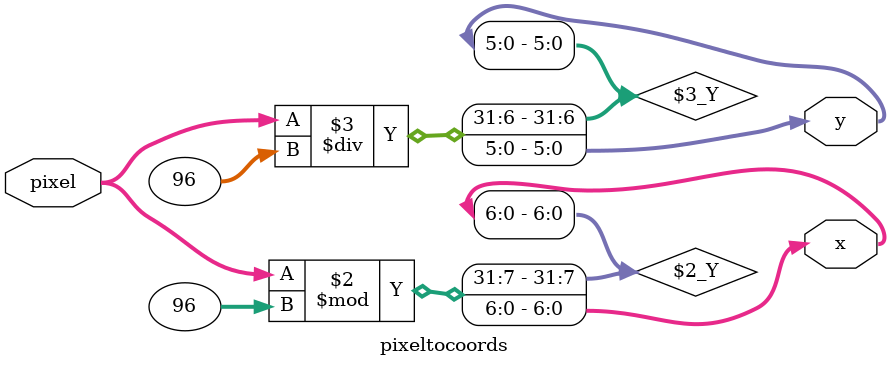
<source format=v>
`timescale 1ns / 1ps


module pixeltocoords(
    input [12:0]pixel,
    output reg [6:0] x,
    output reg [5:0] y
    );
    
    always @ (pixel) begin
    x = pixel % 96;
    y = pixel / 96;
    end
endmodule
</source>
